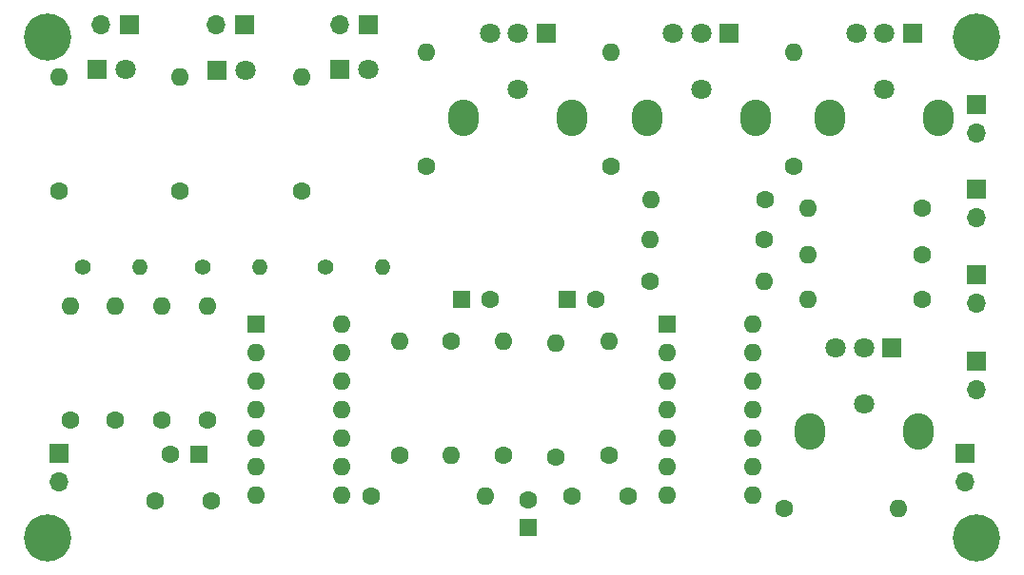
<source format=gbr>
%TF.GenerationSoftware,KiCad,Pcbnew,(6.0.7-1)-1*%
%TF.CreationDate,2023-01-19T18:06:37-06:00*%
%TF.ProjectId,sc_karltron,73635f6b-6172-46c7-9472-6f6e2e6b6963,rev?*%
%TF.SameCoordinates,Original*%
%TF.FileFunction,Soldermask,Bot*%
%TF.FilePolarity,Negative*%
%FSLAX46Y46*%
G04 Gerber Fmt 4.6, Leading zero omitted, Abs format (unit mm)*
G04 Created by KiCad (PCBNEW (6.0.7-1)-1) date 2023-01-19 18:06:37*
%MOMM*%
%LPD*%
G01*
G04 APERTURE LIST*
%ADD10O,2.720000X3.240000*%
%ADD11R,1.800000X1.800000*%
%ADD12C,1.800000*%
%ADD13C,1.600000*%
%ADD14O,1.700000X1.700000*%
%ADD15R,1.700000X1.700000*%
%ADD16O,1.600000X1.600000*%
%ADD17C,4.200000*%
%ADD18R,1.600000X1.600000*%
%ADD19C,1.400000*%
%ADD20O,1.400000X1.400000*%
G04 APERTURE END LIST*
D10*
%TO.C,RV8*%
X180300000Y-105575000D03*
X170700000Y-105575000D03*
D11*
X178000000Y-98075000D03*
D12*
X175500000Y-98075000D03*
X175500000Y-103075000D03*
X173000000Y-98075000D03*
%TD*%
D13*
%TO.C,C5*%
X117400000Y-111700000D03*
X112400000Y-111700000D03*
%TD*%
D14*
%TO.C,J9*%
X128860000Y-69300000D03*
D15*
X131400000Y-69300000D03*
%TD*%
D13*
%TO.C,R14*%
X166580000Y-88400000D03*
D16*
X156420000Y-88400000D03*
%TD*%
D17*
%TO.C,H4*%
X102900002Y-114999997D03*
%TD*%
D10*
%TO.C,RV6*%
X165825000Y-77575000D03*
X156225000Y-77575000D03*
D11*
X163525000Y-70075000D03*
D12*
X161025000Y-75075000D03*
X161025000Y-70075000D03*
X158525000Y-70075000D03*
%TD*%
D13*
%TO.C,R15*%
X152800000Y-107680000D03*
D16*
X152800000Y-97520000D03*
%TD*%
D13*
%TO.C,R7*%
X156420000Y-92200000D03*
D16*
X166580000Y-92200000D03*
%TD*%
D11*
%TO.C,D1*%
X107225000Y-73250000D03*
D12*
X109765000Y-73250000D03*
%TD*%
D14*
%TO.C,J5*%
X185500000Y-86500000D03*
D15*
X185500000Y-83960000D03*
%TD*%
D13*
%TO.C,R23*%
X125475000Y-84080000D03*
D16*
X125475000Y-73920000D03*
%TD*%
D13*
%TO.C,R12*%
X113000000Y-104480000D03*
D16*
X113000000Y-94320000D03*
%TD*%
D13*
%TO.C,R25*%
X138800000Y-97520000D03*
D16*
X138800000Y-107680000D03*
%TD*%
D13*
%TO.C,R17*%
X148100000Y-107780000D03*
D16*
X148100000Y-97620000D03*
%TD*%
D13*
%TO.C,R1*%
X180680000Y-85600000D03*
D16*
X170520000Y-85600000D03*
%TD*%
D18*
%TO.C,C6*%
X145600000Y-114105113D03*
D13*
X145600000Y-111605113D03*
%TD*%
D18*
%TO.C,U1*%
X121400000Y-95975000D03*
D16*
X121400000Y-98515000D03*
X121400000Y-101055000D03*
X121400000Y-103595000D03*
X121400000Y-106135000D03*
X121400000Y-108675000D03*
X121400000Y-111215000D03*
X129020000Y-111215000D03*
X129020000Y-108675000D03*
X129020000Y-106135000D03*
X129020000Y-103595000D03*
X129020000Y-101055000D03*
X129020000Y-98515000D03*
X129020000Y-95975000D03*
%TD*%
D13*
%TO.C,R10*%
X117100000Y-104480000D03*
D16*
X117100000Y-94320000D03*
%TD*%
D18*
%TO.C,C3*%
X149100000Y-93800000D03*
D13*
X151600000Y-93800000D03*
%TD*%
D10*
%TO.C,RV7*%
X172500000Y-77575000D03*
X182100000Y-77575000D03*
D11*
X179800000Y-70075000D03*
D12*
X177300000Y-70075000D03*
X177300000Y-75075000D03*
X174800000Y-70075000D03*
%TD*%
D19*
%TO.C,R11*%
X105960000Y-90900000D03*
D20*
X111040000Y-90900000D03*
%TD*%
D13*
%TO.C,R3*%
X180680000Y-93800000D03*
D16*
X170520000Y-93800000D03*
%TD*%
D13*
%TO.C,R16*%
X108900000Y-104480000D03*
D16*
X108900000Y-94320000D03*
%TD*%
D13*
%TO.C,R22*%
X114625000Y-84080000D03*
D16*
X114625000Y-73920000D03*
%TD*%
D19*
%TO.C,R9*%
X127585000Y-90900000D03*
D20*
X132665000Y-90900000D03*
%TD*%
D14*
%TO.C,J4*%
X185500000Y-78940000D03*
D15*
X185500000Y-76400000D03*
%TD*%
D13*
%TO.C,R8*%
X169200000Y-81880000D03*
D16*
X169200000Y-71720000D03*
%TD*%
D17*
%TO.C,H2*%
X185500000Y-70400000D03*
%TD*%
D13*
%TO.C,R20*%
X131620000Y-111300000D03*
D16*
X141780000Y-111300000D03*
%TD*%
D10*
%TO.C,RV5*%
X149500000Y-77575000D03*
X139900000Y-77575000D03*
D11*
X147200000Y-70075000D03*
D12*
X144700000Y-70075000D03*
X144700000Y-75075000D03*
X142200000Y-70075000D03*
%TD*%
D18*
%TO.C,U2*%
X158000000Y-95975000D03*
D16*
X158000000Y-98515000D03*
X158000000Y-101055000D03*
X158000000Y-103595000D03*
X158000000Y-106135000D03*
X158000000Y-108675000D03*
X158000000Y-111215000D03*
X165620000Y-111215000D03*
X165620000Y-108675000D03*
X165620000Y-106135000D03*
X165620000Y-103595000D03*
X165620000Y-101055000D03*
X165620000Y-98515000D03*
X165620000Y-95975000D03*
%TD*%
D18*
%TO.C,C1*%
X116305113Y-107600000D03*
D13*
X113805113Y-107600000D03*
%TD*%
D18*
%TO.C,C2*%
X139700000Y-93800000D03*
D13*
X142200000Y-93800000D03*
%TD*%
%TO.C,R19*%
X104900000Y-104480000D03*
D16*
X104900000Y-94320000D03*
%TD*%
D13*
%TO.C,R5*%
X153000000Y-81880000D03*
D16*
X153000000Y-71720000D03*
%TD*%
D13*
%TO.C,R21*%
X103900000Y-84080000D03*
D16*
X103900000Y-73920000D03*
%TD*%
D17*
%TO.C,H1*%
X102900000Y-70400000D03*
%TD*%
D15*
%TO.C,J8*%
X185500000Y-99260000D03*
D14*
X185500000Y-101800000D03*
%TD*%
D15*
%TO.C,J2*%
X184500000Y-107460000D03*
D14*
X184500000Y-110000000D03*
%TD*%
D15*
%TO.C,J7*%
X185500000Y-91600000D03*
D14*
X185500000Y-94140000D03*
%TD*%
D13*
%TO.C,R18*%
X143400000Y-107680000D03*
D16*
X143400000Y-97520000D03*
%TD*%
D13*
%TO.C,R26*%
X168420000Y-112400000D03*
D16*
X178580000Y-112400000D03*
%TD*%
D17*
%TO.C,H3*%
X185500000Y-115000000D03*
%TD*%
D13*
%TO.C,R13*%
X134200000Y-107680000D03*
D16*
X134200000Y-97520000D03*
%TD*%
D13*
%TO.C,R2*%
X180680000Y-89800000D03*
D16*
X170520000Y-89800000D03*
%TD*%
D15*
%TO.C,J3*%
X110175000Y-69300000D03*
D14*
X107635000Y-69300000D03*
%TD*%
D13*
%TO.C,R4*%
X136600000Y-81880000D03*
D16*
X136600000Y-71720000D03*
%TD*%
D13*
%TO.C,C4*%
X154500000Y-111300000D03*
X149500000Y-111300000D03*
%TD*%
D14*
%TO.C,J6*%
X117860000Y-69300000D03*
D15*
X120400000Y-69300000D03*
%TD*%
D11*
%TO.C,D3*%
X128850000Y-73250000D03*
D12*
X131390000Y-73250000D03*
%TD*%
D13*
%TO.C,R24*%
X166680000Y-84900000D03*
D16*
X156520000Y-84900000D03*
%TD*%
D19*
%TO.C,R6*%
X116685000Y-90900000D03*
D20*
X121765000Y-90900000D03*
%TD*%
D11*
%TO.C,D2*%
X117950000Y-73350000D03*
D12*
X120490000Y-73350000D03*
%TD*%
D15*
%TO.C,J1*%
X103900000Y-107460000D03*
D14*
X103900000Y-110000000D03*
%TD*%
M02*

</source>
